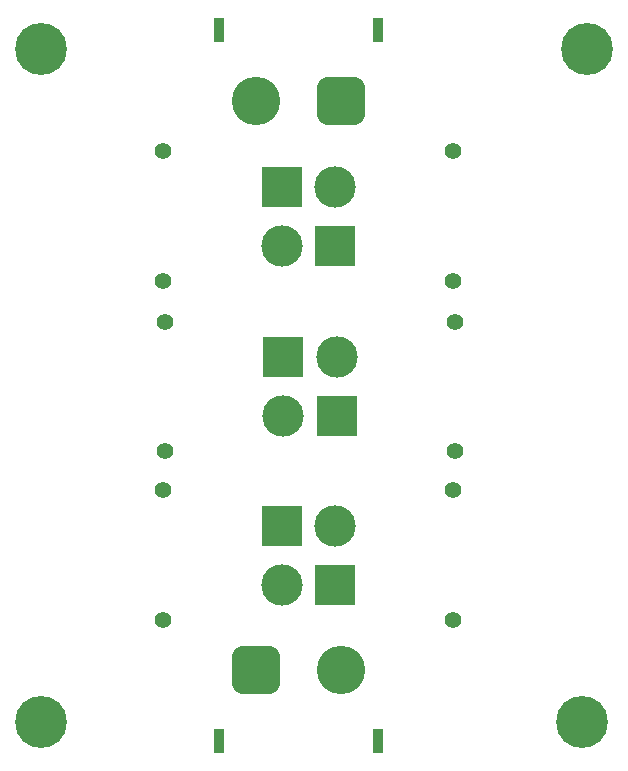
<source format=gbr>
%TF.GenerationSoftware,KiCad,Pcbnew,8.0.4*%
%TF.CreationDate,2024-10-15T19:46:00+02:00*%
%TF.ProjectId,power_hat,706f7765-725f-4686-9174-2e6b69636164,rev?*%
%TF.SameCoordinates,Original*%
%TF.FileFunction,Soldermask,Top*%
%TF.FilePolarity,Negative*%
%FSLAX46Y46*%
G04 Gerber Fmt 4.6, Leading zero omitted, Abs format (unit mm)*
G04 Created by KiCad (PCBNEW 8.0.4) date 2024-10-15 19:46:00*
%MOMM*%
%LPD*%
G01*
G04 APERTURE LIST*
G04 Aperture macros list*
%AMRoundRect*
0 Rectangle with rounded corners*
0 $1 Rounding radius*
0 $2 $3 $4 $5 $6 $7 $8 $9 X,Y pos of 4 corners*
0 Add a 4 corners polygon primitive as box body*
4,1,4,$2,$3,$4,$5,$6,$7,$8,$9,$2,$3,0*
0 Add four circle primitives for the rounded corners*
1,1,$1+$1,$2,$3*
1,1,$1+$1,$4,$5*
1,1,$1+$1,$6,$7*
1,1,$1+$1,$8,$9*
0 Add four rect primitives between the rounded corners*
20,1,$1+$1,$2,$3,$4,$5,0*
20,1,$1+$1,$4,$5,$6,$7,0*
20,1,$1+$1,$6,$7,$8,$9,0*
20,1,$1+$1,$8,$9,$2,$3,0*%
G04 Aperture macros list end*
%ADD10C,1.400000*%
%ADD11R,3.500000X3.500000*%
%ADD12C,3.500000*%
%ADD13C,0.700000*%
%ADD14C,4.400000*%
%ADD15R,0.900000X2.000000*%
%ADD16RoundRect,1.025000X1.025000X1.025000X-1.025000X1.025000X-1.025000X-1.025000X1.025000X-1.025000X0*%
%ADD17C,4.100000*%
%ADD18RoundRect,1.025000X-1.025000X-1.025000X1.025000X-1.025000X1.025000X1.025000X-1.025000X1.025000X0*%
G04 APERTURE END LIST*
D10*
%TO.C,J3*%
X125218750Y-98225002D03*
X125218750Y-87225002D03*
D11*
X135218750Y-90225002D03*
D12*
X135218750Y-95225002D03*
%TD*%
D13*
%TO.C,H2*%
X159275000Y-64125000D03*
X159758274Y-62958274D03*
X159758274Y-65291726D03*
X160925000Y-62475000D03*
D14*
X160925000Y-64125000D03*
D13*
X160925000Y-65775000D03*
X162091726Y-62958274D03*
X162091726Y-65291726D03*
X162575000Y-64125000D03*
%TD*%
D15*
%TO.C,J7*%
X143250000Y-122725000D03*
X129750000Y-122725000D03*
D16*
X132900000Y-116725000D03*
D17*
X140100000Y-116725000D03*
%TD*%
D10*
%TO.C,J2*%
X149625000Y-72825001D03*
X149625000Y-83825001D03*
D11*
X139625000Y-80825001D03*
D12*
X139625000Y-75825001D03*
%TD*%
D13*
%TO.C,H4*%
X113050000Y-121100000D03*
X113533274Y-119933274D03*
X113533274Y-122266726D03*
X114700000Y-119450000D03*
D14*
X114700000Y-121100000D03*
D13*
X114700000Y-122750000D03*
X115866726Y-119933274D03*
X115866726Y-122266726D03*
X116350000Y-121100000D03*
%TD*%
D10*
%TO.C,J6*%
X125075000Y-112525001D03*
X125075000Y-101525001D03*
D11*
X135075000Y-104525001D03*
D12*
X135075000Y-109525001D03*
%TD*%
D10*
%TO.C,J8*%
X149625000Y-101525001D03*
X149625000Y-112525001D03*
D11*
X139625000Y-109525001D03*
D12*
X139625000Y-104525001D03*
%TD*%
D10*
%TO.C,J4*%
X149731250Y-87225001D03*
X149731250Y-98225001D03*
D11*
X139731250Y-95225001D03*
D12*
X139731250Y-90225001D03*
%TD*%
D13*
%TO.C,H1*%
X113050000Y-64125000D03*
X113533274Y-62958274D03*
X113533274Y-65291726D03*
X114700000Y-62475000D03*
D14*
X114700000Y-64125000D03*
D13*
X114700000Y-65775000D03*
X115866726Y-62958274D03*
X115866726Y-65291726D03*
X116350000Y-64125000D03*
%TD*%
D10*
%TO.C,J1*%
X125075000Y-83825001D03*
X125075000Y-72825001D03*
D11*
X135075000Y-75825001D03*
D12*
X135075000Y-80825001D03*
%TD*%
D15*
%TO.C,J5*%
X129750000Y-62525000D03*
X143250000Y-62525000D03*
D18*
X140100000Y-68525000D03*
D17*
X132900000Y-68525000D03*
%TD*%
D13*
%TO.C,H3*%
X158900000Y-121100000D03*
X159383274Y-119933274D03*
X159383274Y-122266726D03*
X160550000Y-119450000D03*
D14*
X160550000Y-121100000D03*
D13*
X160550000Y-122750000D03*
X161716726Y-119933274D03*
X161716726Y-122266726D03*
X162200000Y-121100000D03*
%TD*%
M02*

</source>
